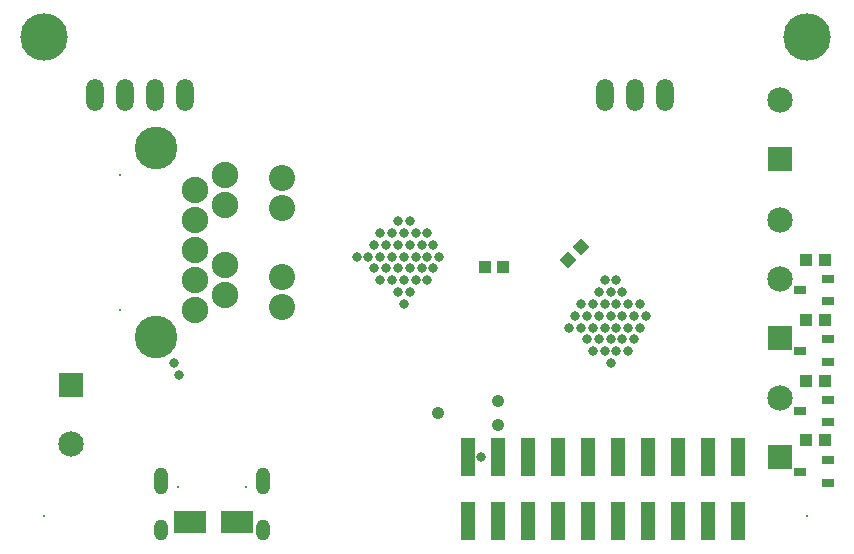
<source format=gbs>
G04*
G04 #@! TF.GenerationSoftware,Altium Limited,Altium Designer,19.1.9 (167)*
G04*
G04 Layer_Color=16711935*
%FSLAX25Y25*%
%MOIN*%
G70*
G01*
G75*
%ADD18R,0.04343X0.03162*%
%ADD22R,0.10642X0.07493*%
%ADD31P,0.05864X4X90.0*%
%ADD32R,0.04147X0.04147*%
%ADD41O,0.05800X0.10800*%
%ADD42C,0.08800*%
%ADD43C,0.08674*%
%ADD44C,0.00800*%
%ADD45C,0.14186*%
%ADD46O,0.04737X0.07099*%
%ADD47O,0.04737X0.09068*%
%ADD48R,0.08477X0.08477*%
%ADD49C,0.08477*%
%ADD50C,0.04200*%
%ADD51C,0.15800*%
%ADD52C,0.03162*%
%ADD94R,0.04737X0.13005*%
D18*
X271828Y69556D02*
D03*
Y62076D02*
D03*
X262772Y65816D02*
D03*
X271828Y89714D02*
D03*
Y82233D02*
D03*
X262772Y85974D02*
D03*
X271828Y29240D02*
D03*
Y21760D02*
D03*
X262772Y25500D02*
D03*
X271828Y49398D02*
D03*
Y41918D02*
D03*
X262772Y45658D02*
D03*
D22*
X59226Y8800D02*
D03*
X74974D02*
D03*
D31*
X185442Y96043D02*
D03*
X189758Y100357D02*
D03*
D32*
X163551Y93700D02*
D03*
X157449D02*
D03*
X270851Y76000D02*
D03*
X264749D02*
D03*
X270851Y96000D02*
D03*
X264749D02*
D03*
X270851Y36000D02*
D03*
X264749D02*
D03*
X270851Y55700D02*
D03*
X264749D02*
D03*
D41*
X27500Y151100D02*
D03*
X37500D02*
D03*
X47500D02*
D03*
X57500D02*
D03*
X217657D02*
D03*
X207658D02*
D03*
X197658D02*
D03*
D42*
X61000Y79500D02*
D03*
Y89500D02*
D03*
X71000Y84500D02*
D03*
X61000Y99500D02*
D03*
Y109500D02*
D03*
Y119500D02*
D03*
X71000Y94500D02*
D03*
Y114500D02*
D03*
Y124500D02*
D03*
D43*
X90016Y80484D02*
D03*
X90016Y90484D02*
D03*
X90016Y113516D02*
D03*
Y123516D02*
D03*
D44*
X36000Y79500D02*
D03*
Y124500D02*
D03*
X55122Y20370D02*
D03*
X77878D02*
D03*
X10630Y10630D02*
D03*
X264961D02*
D03*
D45*
X48008Y133496D02*
D03*
Y70504D02*
D03*
D46*
X49492Y6000D02*
D03*
X83508D02*
D03*
D47*
X49492Y22457D02*
D03*
X83508D02*
D03*
D48*
X19500Y54343D02*
D03*
X256000Y129657D02*
D03*
Y30315D02*
D03*
Y70130D02*
D03*
D49*
X19500Y34657D02*
D03*
X256000Y149343D02*
D03*
Y50000D02*
D03*
Y109500D02*
D03*
Y89815D02*
D03*
D50*
X142000Y45000D02*
D03*
X162000Y49000D02*
D03*
Y41000D02*
D03*
D51*
X264961Y170472D02*
D03*
X10630D02*
D03*
D52*
X211272Y77477D02*
D03*
X209303Y81414D02*
D03*
X207335Y77477D02*
D03*
X209303Y73540D02*
D03*
X207335Y69603D02*
D03*
X203398Y85351D02*
D03*
X205366Y81414D02*
D03*
X203398Y77477D02*
D03*
X205366Y73540D02*
D03*
X203398Y69603D02*
D03*
X205366Y65665D02*
D03*
X201429Y89288D02*
D03*
X199461Y85351D02*
D03*
X201429Y81414D02*
D03*
X199461Y77477D02*
D03*
X201429Y73540D02*
D03*
X199461Y69603D02*
D03*
X201429Y65665D02*
D03*
X199461Y61728D02*
D03*
X197492Y89288D02*
D03*
X195524Y85351D02*
D03*
X197492Y81414D02*
D03*
X195524Y77477D02*
D03*
X197492Y73540D02*
D03*
X195524Y69603D02*
D03*
X197492Y65665D02*
D03*
X193555Y81414D02*
D03*
X191587Y77477D02*
D03*
X193555Y73540D02*
D03*
X191587Y69603D02*
D03*
X193555Y65665D02*
D03*
X189618Y81414D02*
D03*
X187650Y77477D02*
D03*
X189618Y73540D02*
D03*
X185681D02*
D03*
X156154Y30232D02*
D03*
X140406Y101099D02*
D03*
X142374Y97162D02*
D03*
X140406Y93225D02*
D03*
X138437Y105035D02*
D03*
X136469Y101099D02*
D03*
X138437Y97162D02*
D03*
X136469Y93225D02*
D03*
X138437Y89288D02*
D03*
X132532Y108973D02*
D03*
X134500Y105035D02*
D03*
X132532Y101099D02*
D03*
X134500Y97162D02*
D03*
X132532Y93225D02*
D03*
X134500Y89288D02*
D03*
X132532Y85351D02*
D03*
X128595Y108973D02*
D03*
X130563Y105035D02*
D03*
X128595Y101099D02*
D03*
X130563Y97162D02*
D03*
X128595Y93225D02*
D03*
X130563Y89288D02*
D03*
X128595Y85351D02*
D03*
X130563Y81414D02*
D03*
X126626Y105035D02*
D03*
X124658Y101099D02*
D03*
X126626Y97162D02*
D03*
X124658Y93225D02*
D03*
X126626Y89288D02*
D03*
X122689Y105035D02*
D03*
X120721Y101099D02*
D03*
X122689Y97162D02*
D03*
X120721Y93225D02*
D03*
X122689Y89288D02*
D03*
X118752Y97162D02*
D03*
X114815D02*
D03*
X53791Y61728D02*
D03*
X55760Y57791D02*
D03*
D94*
X241850Y9055D02*
D03*
X231850D02*
D03*
X241850Y30315D02*
D03*
X231850D02*
D03*
X221850Y9055D02*
D03*
Y30315D02*
D03*
X211850Y9055D02*
D03*
Y30315D02*
D03*
X201850Y9055D02*
D03*
Y30315D02*
D03*
X191850Y9055D02*
D03*
Y30315D02*
D03*
X181850Y9055D02*
D03*
Y30315D02*
D03*
X171850Y9055D02*
D03*
Y30315D02*
D03*
X161850Y9055D02*
D03*
Y30315D02*
D03*
X151850D02*
D03*
Y9055D02*
D03*
M02*

</source>
